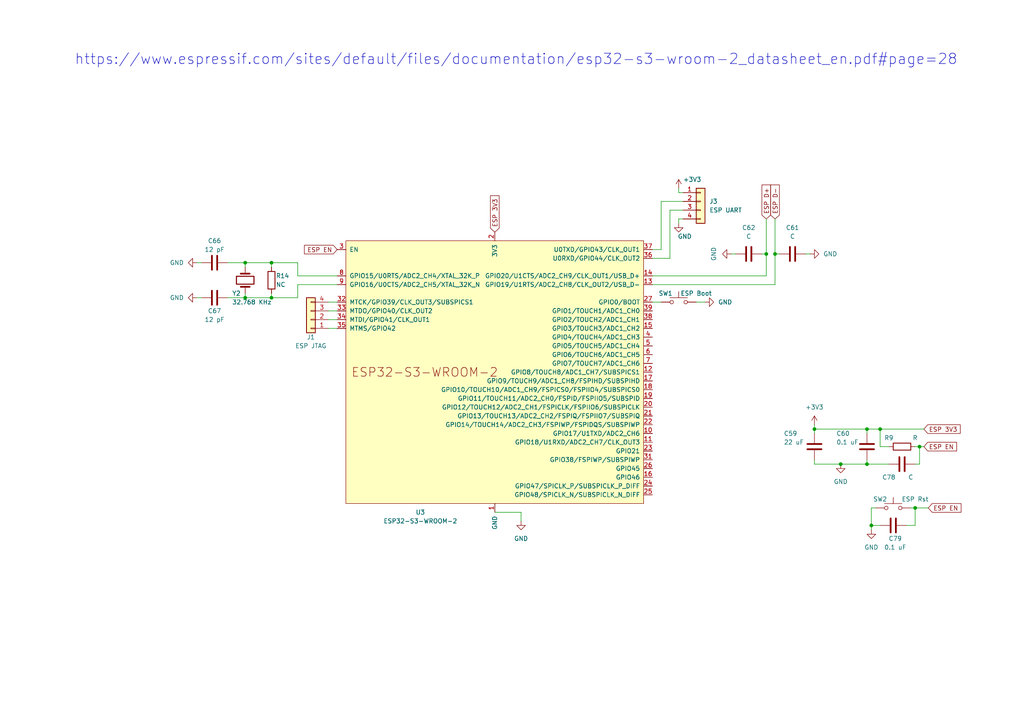
<source format=kicad_sch>
(kicad_sch (version 20230121) (generator eeschema)
  (paper "A4")
  (lib_symbols
    (symbol "Connector_Generic:Conn_01x04" (pin_names (offset 1.016) hide)
      (property "Reference" "J" (at 0 5.08 0))
      (property "Value" "Conn_01x04" (at 0 -7.62 0))
      (symbol "Conn_01x04_1_1"
        (rectangle (start -1.27 -4.953) (end 0 -5.207) (stroke (width 0.1524)))
        (rectangle (start -1.27 -2.413) (end 0 -2.667) (stroke (width 0.1524)))
        (rectangle (start -1.27 0.127) (end 0 -0.127) (stroke (width 0.1524)))
        (rectangle (start -1.27 2.667) (end 0 2.413) (stroke (width 0.1524)))
        (rectangle (start -1.27 3.81) (end 1.27 -6.35) (stroke (width 0.254)) (fill (type background)))
        (pin passive line (at -5.08 2.54 0) (length 3.81) (name "Pin_1") (number "1"))
        (pin passive line (at -5.08 0 0) (length 3.81) (name "Pin_2") (number "2"))
        (pin passive line (at -5.08 -2.54 0) (length 3.81) (name "Pin_3") (number "3"))
        (pin passive line (at -5.08 -5.08 0) (length 3.81) (name "Pin_4") (number "4"))
      )
    )
    (symbol "Device:C" (pin_numbers hide) (pin_names (offset 0.254))
      (property "Reference" "C" (at 0.635 2.54 0))
      (property "Value" "C" (at 0.635 -2.54 0))
      (symbol "C_0_1"
        (polyline (pts (xy -2.032 -0.762) (xy 2.032 -0.762)) (stroke (width 0.508)))
        (polyline (pts (xy -2.032 0.762) (xy 2.032 0.762)) (stroke (width 0.508)))
      )
      (symbol "C_1_1"
        (pin passive line (at 0 3.81 270) (length 2.794) (name "~") (number "1"))
        (pin passive line (at 0 -3.81 90) (length 2.794) (name "~") (number "2"))
      )
    )
    (symbol "Device:Crystal" (pin_numbers hide) (pin_names (offset 1.016) hide)
      (property "Reference" "Y" (at 0 3.81 0))
      (property "Value" "Crystal" (at 0 -3.81 0))
      (symbol "Crystal_0_1"
        (rectangle (start -1.143 2.54) (end 1.143 -2.54) (stroke (width 0.3048)))
        (polyline (pts (xy -2.54 0) (xy -1.905 0)))
        (polyline (pts (xy -1.905 -1.27) (xy -1.905 1.27)) (stroke (width 0.508)))
        (polyline (pts (xy 1.905 -1.27) (xy 1.905 1.27)) (stroke (width 0.508)))
        (polyline (pts (xy 2.54 0) (xy 1.905 0)))
      )
      (symbol "Crystal_1_1"
        (pin passive line (at -3.81 0 0) (length 1.27) (name "1") (number "1"))
        (pin passive line (at 3.81 0 180) (length 1.27) (name "2") (number "2"))
      )
    )
    (symbol "Device:R" (pin_numbers hide) (pin_names (offset 0))
      (property "Reference" "R" (at 2.032 0 90))
      (property "Value" "R" (at 0 0 90))
      (symbol "R_0_1"
        (rectangle (start -1.016 -2.54) (end 1.016 2.54) (stroke (width 0.254)))
      )
      (symbol "R_1_1"
        (pin passive line (at 0 3.81 270) (length 1.27) (name "~") (number "1"))
        (pin passive line (at 0 -3.81 90) (length 1.27) (name "~") (number "2"))
      )
    )
    (symbol "PCM_Espressif:ESP32-S3-WROOM-2" (pin_names (offset 1.016))
      (property "Reference" "U" (at -43.18 43.18 0))
      (property "Value" "ESP32-S3-WROOM-2" (at -43.18 40.64 0))
      (symbol "ESP32-S3-WROOM-2_0_0"
        (text "ESP32-S3-WROOM-2" (at -20.32 0 0) (effects (font (size 2.54 2.54))))
        (pin power_in line (at 0 -38.1 270) (length 2.54) (name "GND") (number "1"))
        (pin bidirectional line (at 45.72 -17.78 180) (length 2.54) (name "GPIO17/U1TXD/ADC2_CH6") (number "10"))
        (pin bidirectional line (at 45.72 -20.32 180) (length 2.54) (name "GPIO18/U1RXD/ADC2_CH7/CLK_OUT3") (number "11"))
        (pin bidirectional line (at 45.72 0 180) (length 2.54) (name "GPIO8/TOUCH8/ADC1_CH7/SUBSPICS1") (number "12"))
        (pin bidirectional line (at 45.72 25.4 180) (length 2.54) (name "GPIO19/U1RTS/ADC2_CH8/CLK_OUT2/USB_D-") (number "13"))
        (pin bidirectional line (at 45.72 27.94 180) (length 2.54) (name "GPIO20/U1CTS/ADC2_CH9/CLK_OUT1/USB_D+") (number "14"))
        (pin bidirectional line (at 45.72 12.7 180) (length 2.54) (name "GPIO3/TOUCH3/ADC1_CH2") (number "15"))
        (pin bidirectional line (at 45.72 -30.48 180) (length 2.54) (name "GPIO46") (number "16"))
        (pin bidirectional line (at 45.72 -2.54 180) (length 2.54) (name "GPIO9/TOUCH9/ADC1_CH8/FSPIHD/SUBSPIHD") (number "17"))
        (pin bidirectional line (at 45.72 -5.08 180) (length 2.54) (name "GPIO10/TOUCH10/ADC1_CH9/FSPICS0/FSPIIO4/SUBSPICS0") (number "18"))
        (pin bidirectional line (at 45.72 -7.62 180) (length 2.54) (name "GPIO11/TOUCH11/ADC2_CH0/FSPID/FSPIIO5/SUBSPID") (number "19"))
        (pin power_in line (at 0 40.64 270) (length 2.54) (name "3V3") (number "2"))
        (pin bidirectional line (at 45.72 -10.16 180) (length 2.54) (name "GPIO12/TOUCH12/ADC2_CH1/FSPICLK/FSPIIO6/SUBSPICLK") (number "20"))
        (pin bidirectional line (at 45.72 -12.7 180) (length 2.54) (name "GPIO13/TOUCH13/ADC2_CH2/FSPIQ/FSPIIO7/SUBSPIQ") (number "21"))
        (pin bidirectional line (at 45.72 -15.24 180) (length 2.54) (name "GPIO14/TOUCH14/ADC2_CH3/FSPIWP/FSPIDQS/SUBSPIWP") (number "22"))
        (pin bidirectional line (at 45.72 -22.86 180) (length 2.54) (name "GPIO21") (number "23"))
        (pin bidirectional line (at 45.72 -33.02 180) (length 2.54) (name "GPIO47/SPICLK_P/SUBSPICLK_P_DIFF") (number "24"))
        (pin bidirectional line (at 45.72 -35.56 180) (length 2.54) (name "GPIO48/SPICLK_N/SUBSPICLK_N_DIFF") (number "25"))
        (pin bidirectional line (at 45.72 -27.94 180) (length 2.54) (name "GPIO45") (number "26"))
        (pin bidirectional line (at 45.72 20.32 180) (length 2.54) (name "GPIO0/BOOT") (number "27"))
        (pin no_connect line (at -43.18 -35.56 0) (length 2.54) hide (name "NC") (number "28"))
        (pin no_connect line (at -43.18 -33.02 0) (length 2.54) hide (name "NC") (number "29"))
        (pin input line (at -45.72 35.56 0) (length 2.54) (name "EN") (number "3"))
        (pin no_connect line (at -43.18 -30.48 0) (length 2.54) hide (name "NC") (number "30"))
        (pin bidirectional line (at 45.72 -25.4 180) (length 2.54) (name "GPIO38/FSPIWP/SUBSPIWP") (number "31"))
        (pin bidirectional line (at -45.72 20.32 0) (length 2.54) (name "MTCK/GPIO39/CLK_OUT3/SUBSPICS1") (number "32"))
        (pin bidirectional line (at -45.72 17.78 0) (length 2.54) (name "MTDO/GPIO40/CLK_OUT2") (number "33"))
        (pin bidirectional line (at -45.72 15.24 0) (length 2.54) (name "MTDI/GPIO41/CLK_OUT1") (number "34"))
        (pin bidirectional line (at -45.72 12.7 0) (length 2.54) (name "MTMS/GPIO42") (number "35"))
        (pin bidirectional line (at 45.72 33.02 180) (length 2.54) (name "U0RXD/GPIO44/CLK_OUT2") (number "36"))
        (pin bidirectional line (at 45.72 35.56 180) (length 2.54) (name "U0TXD/GPIO43/CLK_OUT1") (number "37"))
        (pin bidirectional line (at 45.72 15.24 180) (length 2.54) (name "GPIO2/TOUCH2/ADC1_CH1") (number "38"))
        (pin bidirectional line (at 45.72 17.78 180) (length 2.54) (name "GPIO1/TOUCH1/ADC1_CH0") (number "39"))
        (pin bidirectional line (at 45.72 10.16 180) (length 2.54) (name "GPIO4/TOUCH4/ADC1_CH3") (number "4"))
        (pin passive line (at 0 -38.1 270) (length 2.54) hide (name "GND") (number "40"))
        (pin passive line (at 0 -38.1 270) (length 2.54) hide (name "GND") (number "41"))
        (pin bidirectional line (at 45.72 7.62 180) (length 2.54) (name "GPIO5/TOUCH5/ADC1_CH4") (number "5"))
        (pin bidirectional line (at 45.72 5.08 180) (length 2.54) (name "GPIO6/TOUCH6/ADC1_CH5") (number "6"))
        (pin bidirectional line (at 45.72 2.54 180) (length 2.54) (name "GPIO7/TOUCH7/ADC1_CH6") (number "7"))
        (pin bidirectional line (at -45.72 27.94 0) (length 2.54) (name "GPIO15/U0RTS/ADC2_CH4/XTAL_32K_P") (number "8"))
        (pin bidirectional line (at -45.72 25.4 0) (length 2.54) (name "GPIO16/U0CTS/ADC2_CH5/XTAL_32K_N") (number "9"))
      )
      (symbol "ESP32-S3-WROOM-2_0_1"
        (rectangle (start -43.18 38.1) (end 43.18 -38.1) (fill (type background)))
      )
    )
    (symbol "Switch:SW_Push" (pin_numbers hide) (pin_names (offset 1.016) hide)
      (property "Reference" "SW" (at 1.27 2.54 0))
      (property "Value" "SW_Push" (at 0 -1.524 0))
      (symbol "SW_Push_0_1"
        (circle (center -2.032 0) (radius 0.508))
        (polyline (pts (xy 0 1.27) (xy 0 3.048)))
        (polyline (pts (xy 2.54 1.27) (xy -2.54 1.27)))
        (circle (center 2.032 0) (radius 0.508))
        (pin passive line (at -5.08 0 0) (length 2.54) (name "1") (number "1"))
        (pin passive line (at 5.08 0 180) (length 2.54) (name "2") (number "2"))
      )
    )
    (symbol "power:+3V3" (power) (pin_names (offset 0))
      (property "Value" "+3V3" (at 0 3.556 0))
      (symbol "+3V3_0_1"
        (polyline (pts (xy -0.762 1.27) (xy 0 2.54)))
        (polyline (pts (xy 0 0) (xy 0 2.54)))
        (polyline (pts (xy 0 2.54) (xy 0.762 1.27)))
      )
      (symbol "+3V3_1_1"
        (pin power_in line (at 0 0 90) (length 0) hide (name "+3V3") (number "1"))
      )
    )
    (symbol "power:GND" (power) (pin_names (offset 0))
      (property "Value" "GND" (at 0 -3.81 0))
      (symbol "GND_0_1"
        (polyline (pts (xy 0 0) (xy 0 -1.27) (xy 1.27 -1.27) (xy 0 -2.54) (xy -1.27 -1.27) (xy 0 -1.27)))
      )
      (symbol "GND_1_1"
        (pin power_in line (at 0 0 270) (length 0) hide (name "GND") (number "1"))
      )
    )
  )
  (junction (at 78.74 76.2))
  (junction (at 224.79 73.66))
  (junction (at 252.73 152.4))
  (junction (at 78.74 86.36))
  (junction (at 251.46 124.46))
  (junction (at 265.43 147.32))
  (junction (at 251.46 134.62))
  (junction (at 71.12 86.36))
  (junction (at 71.12 76.2))
  (junction (at 266.7 129.54))
  (junction (at 255.27 124.46))
  (junction (at 243.84 134.62))
  (junction (at 222.25 73.66))
  (junction (at 236.22 124.46))
  (wire (pts (xy 189.23 82.55) (xy 224.79 82.55)))
  (wire (pts (xy 194.31 60.96) (xy 198.12 60.96)))
  (wire (pts (xy 95.25 92.71) (xy 97.79 92.71)))
  (wire (pts (xy 66.04 76.2) (xy 71.12 76.2)))
  (wire (pts (xy 233.68 73.66) (xy 234.95 73.66)))
  (wire (pts (xy 78.74 77.47) (xy 78.74 76.2)))
  (wire (pts (xy 265.43 147.32) (xy 269.24 147.32)))
  (wire (pts (xy 196.85 64.77) (xy 196.85 63.5)))
  (wire (pts (xy 265.43 134.62) (xy 266.7 134.62)))
  (wire (pts (xy 236.22 124.46) (xy 251.46 124.46)))
  (wire (pts (xy 265.43 129.54) (xy 266.7 129.54)))
  (wire (pts (xy 254 147.32) (xy 252.73 147.32)))
  (wire (pts (xy 251.46 134.62) (xy 257.81 134.62)))
  (wire (pts (xy 236.22 134.62) (xy 243.84 134.62)))
  (wire (pts (xy 86.36 82.55) (xy 86.36 86.36)))
  (wire (pts (xy 191.77 58.42) (xy 198.12 58.42)))
  (wire (pts (xy 57.15 86.36) (xy 58.42 86.36)))
  (wire (pts (xy 251.46 134.62) (xy 243.84 134.62)))
  (wire (pts (xy 143.51 148.59) (xy 143.51 146.05)))
  (wire (pts (xy 265.43 147.32) (xy 264.16 147.32)))
  (wire (pts (xy 196.85 54.61) (xy 196.85 55.88)))
  (wire (pts (xy 212.09 73.66) (xy 213.36 73.66)))
  (wire (pts (xy 265.43 152.4) (xy 265.43 147.32)))
  (wire (pts (xy 255.27 129.54) (xy 255.27 124.46)))
  (wire (pts (xy 95.25 87.63) (xy 97.79 87.63)))
  (wire (pts (xy 252.73 152.4) (xy 255.27 152.4)))
  (wire (pts (xy 255.27 124.46) (xy 267.97 124.46)))
  (wire (pts (xy 196.85 55.88) (xy 198.12 55.88)))
  (wire (pts (xy 266.7 129.54) (xy 266.7 134.62)))
  (wire (pts (xy 236.22 123.19) (xy 236.22 124.46)))
  (wire (pts (xy 266.7 129.54) (xy 267.97 129.54)))
  (wire (pts (xy 78.74 85.09) (xy 78.74 86.36)))
  (wire (pts (xy 251.46 124.46) (xy 251.46 125.73)))
  (wire (pts (xy 151.13 148.59) (xy 143.51 148.59)))
  (wire (pts (xy 95.25 90.17) (xy 97.79 90.17)))
  (wire (pts (xy 57.15 76.2) (xy 58.42 76.2)))
  (wire (pts (xy 196.85 63.5) (xy 198.12 63.5)))
  (wire (pts (xy 97.79 80.01) (xy 86.36 80.01)))
  (wire (pts (xy 189.23 72.39) (xy 191.77 72.39)))
  (wire (pts (xy 71.12 86.36) (xy 78.74 86.36)))
  (wire (pts (xy 222.25 73.66) (xy 222.25 80.01)))
  (wire (pts (xy 66.04 86.36) (xy 71.12 86.36)))
  (wire (pts (xy 222.25 63.5) (xy 222.25 73.66)))
  (wire (pts (xy 262.89 152.4) (xy 265.43 152.4)))
  (wire (pts (xy 71.12 86.36) (xy 71.12 85.09)))
  (wire (pts (xy 236.22 133.35) (xy 236.22 134.62)))
  (wire (pts (xy 251.46 124.46) (xy 255.27 124.46)))
  (wire (pts (xy 189.23 87.63) (xy 191.77 87.63)))
  (wire (pts (xy 224.79 63.5) (xy 224.79 73.66)))
  (wire (pts (xy 236.22 124.46) (xy 236.22 125.73)))
  (wire (pts (xy 191.77 58.42) (xy 191.77 72.39)))
  (wire (pts (xy 257.81 129.54) (xy 255.27 129.54)))
  (wire (pts (xy 78.74 76.2) (xy 86.36 76.2)))
  (wire (pts (xy 95.25 95.25) (xy 97.79 95.25)))
  (wire (pts (xy 97.79 82.55) (xy 86.36 82.55)))
  (wire (pts (xy 224.79 73.66) (xy 224.79 82.55)))
  (wire (pts (xy 194.31 60.96) (xy 194.31 74.93)))
  (wire (pts (xy 252.73 147.32) (xy 252.73 152.4)))
  (wire (pts (xy 78.74 86.36) (xy 86.36 86.36)))
  (wire (pts (xy 71.12 76.2) (xy 71.12 77.47)))
  (wire (pts (xy 194.31 74.93) (xy 189.23 74.93)))
  (wire (pts (xy 252.73 152.4) (xy 252.73 153.67)))
  (wire (pts (xy 86.36 80.01) (xy 86.36 76.2)))
  (wire (pts (xy 224.79 73.66) (xy 226.06 73.66)))
  (wire (pts (xy 201.93 87.63) (xy 204.47 87.63)))
  (wire (pts (xy 222.25 80.01) (xy 189.23 80.01)))
  (wire (pts (xy 151.13 148.59) (xy 151.13 151.13)))
  (wire (pts (xy 71.12 76.2) (xy 78.74 76.2)))
  (wire (pts (xy 251.46 133.35) (xy 251.46 134.62)))
  (wire (pts (xy 222.25 73.66) (xy 220.98 73.66)))
  (text "https://www.espressif.com/sites/default/files/documentation/esp32-s3-wroom-2_datasheet_en.pdf#page=28" (at 21.59 19.05 0) (effects (font (size 3 3)) (justify left bottom)))
  (global_label "ESP EN" (shape input) (at 97.79 72.39 180) (property "Intersheetrefs" "${INTERSHEET_REFS}" (effects hide)))
  (global_label "ESP D+" (shape input) (at 222.25 63.5 90) (property "Intersheetrefs" "${INTERSHEET_REFS}" (effects hide)))
  (global_label "ESP 3V3" (shape input) (at 143.51 67.31 90) (property "Intersheetrefs" "${INTERSHEET_REFS}" (effects hide)))
  (global_label "ESP EN" (shape input) (at 267.97 129.54 0) (property "Intersheetrefs" "${INTERSHEET_REFS}" (effects hide)))
  (global_label "ESP EN" (shape input) (at 269.24 147.32 0) (property "Intersheetrefs" "${INTERSHEET_REFS}" (effects hide)))
  (global_label "ESP 3V3" (shape input) (at 267.97 124.46 0) (property "Intersheetrefs" "${INTERSHEET_REFS}" (effects hide)))
  (global_label "ESP D-" (shape input) (at 224.79 63.5 90) (property "Intersheetrefs" "${INTERSHEET_REFS}" (effects hide)))
  (symbol (lib_id "Connector_Generic:Conn_01x04") (at 203.2 58.42 0) (unit 1)
    (property "Reference" "J3" (at 205.74 58.42 0) (effects (justify left)))
    (property "Value" "ESP UART" (at 205.74 60.96 0) (effects (justify left)))
  )
  (symbol (lib_id "Device:C") (at 261.62 134.62 90) (unit 1)
    (property "Reference" "C78" (at 257.81 138.43 90))
    (property "Value" "C" (at 264.16 138.43 90))
  )
  (symbol (lib_id "power:GND") (at 204.47 87.63 90) (unit 1)
    (property "Reference" "#PWR041" (effects hide))
    (property "Value" "GND" (at 208.28 87.63 90) (effects (justify right)))
  )
  (symbol (lib_id "power:GND") (at 151.13 151.13 0) (unit 1)
    (property "Reference" "#PWR01" (effects hide))
    (property "Value" "GND" (at 151.13 156.21 0))
  )
  (symbol (lib_id "power:GND") (at 212.09 73.66 270) (unit 1)
    (property "Reference" "#PWR020" (effects hide))
    (property "Value" "GND" (at 207.01 73.66 0))
  )
  (symbol (lib_id "Switch:SW_Push") (at 196.85 87.63 0) (unit 1)
    (property "Reference" "SW1" (at 193.04 85.09 0))
    (property "Value" "ESP Boot" (at 201.93 85.09 0))
  )
  (symbol (lib_id "power:+3V3") (at 236.22 123.19 0) (unit 1)
    (property "Reference" "#PWR018" (effects hide))
    (property "Value" "+3V3" (at 236.22 118.11 0))
  )
  (symbol (lib_id "power:GND") (at 243.84 134.62 0) (unit 1)
    (property "Reference" "#PWR026" (effects hide))
    (property "Value" "GND" (at 243.84 139.7 0))
  )
  (symbol (lib_id "Device:Crystal") (at 71.12 81.28 90) (unit 1)
    (property "Reference" "Y2" (at 67.31 85.09 90) (effects (justify right)))
    (property "Value" "32.768 KHz" (at 67.31 87.63 90) (effects (justify right)))
  )
  (symbol (lib_id "Device:R") (at 261.62 129.54 90) (unit 1)
    (property "Reference" "R9" (at 257.81 127 90))
    (property "Value" "R" (at 265.43 127 90))
  )
  (symbol (lib_id "Device:C") (at 251.46 129.54 0) (unit 1)
    (property "Reference" "C60" (at 242.57 125.73 0) (effects (justify left)))
    (property "Value" "0.1 uF" (at 242.57 128.27 0) (effects (justify left)))
  )
  (symbol (lib_id "Device:C") (at 217.17 73.66 270) (unit 1)
    (property "Reference" "C62" (at 217.17 66.04 90))
    (property "Value" "C" (at 217.17 68.58 90))
  )
  (symbol (lib_id "Device:C") (at 236.22 129.54 0) (unit 1)
    (property "Reference" "C59" (at 227.33 125.73 0) (effects (justify left)))
    (property "Value" "22 uF" (at 227.33 128.27 0) (effects (justify left)))
  )
  (symbol (lib_id "power:+3V3") (at 196.85 54.61 0) (unit 1)
    (property "Reference" "#PWR033" (effects hide))
    (property "Value" "+3V3" (at 198.12 52.07 0) (effects (justify left)))
  )
  (symbol (lib_id "Device:C") (at 229.87 73.66 270) (unit 1)
    (property "Reference" "C61" (at 229.87 66.04 90))
    (property "Value" "C" (at 229.87 68.58 90))
  )
  (symbol (lib_id "power:GND") (at 57.15 76.2 270) (unit 1)
    (property "Reference" "#PWR051" (effects hide))
    (property "Value" "GND" (at 53.34 76.2 90) (effects (justify right)))
  )
  (symbol (lib_id "power:GND") (at 57.15 86.36 270) (unit 1)
    (property "Reference" "#PWR028" (effects hide))
    (property "Value" "GND" (at 53.34 86.36 90) (effects (justify right)))
  )
  (symbol (lib_id "power:GND") (at 234.95 73.66 90) (unit 1)
    (property "Reference" "#PWR019" (effects hide))
    (property "Value" "GND" (at 238.76 73.66 90) (effects (justify right)))
  )
  (symbol (lib_id "Device:C") (at 62.23 86.36 270) (unit 1)
    (property "Reference" "C67" (at 62.23 90.17 90))
    (property "Value" "12 pF" (at 62.23 92.71 90))
    (instances (project "pcb" (path "" (reference "C67") (unit 1)) (path "" (reference "C77") (unit 1))))
  )
  (symbol (lib_id "Connector_Generic:Conn_01x04") (at 90.17 92.71 180) (unit 1)
    (property "Reference" "J1" (at 90.17 97.79 0))
    (property "Value" "ESP JTAG" (at 90.17 100.33 0))
  )
  (symbol (lib_id "power:GND") (at 196.85 64.77 0) (unit 1)
    (property "Reference" "#PWR031" (effects hide))
    (property "Value" "GND" (at 200.66 68.58 0) (effects (justify right)))
  )
  (symbol (lib_id "PCM_Espressif:ESP32-S3-WROOM-2") (at 143.51 107.95 0) (unit 1)
    (property "Reference" "U3" (at 121.92 148.59 0))
    (property "Value" "ESP32-S3-WROOM-2" (at 121.92 151.13 0))
    (property "Footprint" "PCM_Espressif:ESP32-S3-WROOM-2" (effects hide))
    (property "Datasheet" "https://www.espressif.com/sites/default/files/documentation/esp32-s3-wroom-2_datasheet_en.pdf" (effects hide))
  )
  (symbol (lib_id "power:GND") (at 252.73 153.67 0) (unit 1)
    (property "Reference" "#PWR042" (effects hide))
    (property "Value" "GND" (at 252.73 158.75 0))
  )
  (symbol (lib_id "Switch:SW_Push") (at 259.08 147.32 0) (unit 1)
    (property "Reference" "SW2" (at 255.27 144.78 0))
    (property "Value" "ESP Rst" (at 265.43 144.78 0))
  )
  (symbol (lib_id "Device:R") (at 78.74 81.28 0) (unit 1)
    (property "Reference" "R14" (at 80.01 80.01 0) (effects (justify left)))
    (property "Value" "NC" (at 80.01 82.55 0) (effects (justify left)))
  )
  (symbol (lib_id "Device:C") (at 259.08 152.4 90) (unit 1)
    (property "Reference" "C79" (at 261.62 156.21 90) (effects (justify left)))
    (property "Value" "0.1 uF" (at 262.89 158.75 90) (effects (justify left)))
  )
  (symbol (lib_id "Device:C") (at 62.23 76.2 90) (unit 1)
    (property "Reference" "C66" (at 62.23 69.85 90))
    (property "Value" "12 pF" (at 62.23 72.39 90))
    (instances (project "pcb" (path "" (reference "C66") (unit 1)) (path "" (reference "C76") (unit 1))))
  )
)
</source>
